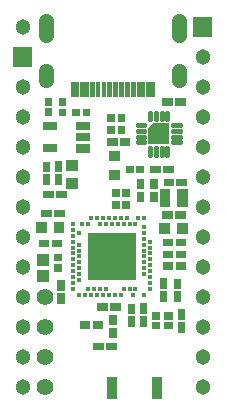
<source format=gts>
G04 Layer: TopSolderMaskLayer*
G04 EasyEDA v6.5.9, 2022-08-10 12:44:31*
G04 c5846564ba334fc5ac80b38e15378060,f7cd1a63a7ae402ba8e4f3fce04b6e5d,10*
G04 Gerber Generator version 0.2*
G04 Scale: 100 percent, Rotated: No, Reflected: No *
G04 Dimensions in millimeters *
G04 leading zeros omitted , absolute positions ,4 integer and 5 decimal *
%FSLAX45Y45*%
%MOMM*%

%ADD10C,0.3816*%
%ADD11C,1.3016*%
%ADD12C,0.3766*%
%ADD13C,1.4032*%

%LPD*%
D10*
X1099642Y-964361D02*
G01*
X1156642Y-964361D01*
X1099642Y-1014374D02*
G01*
X1156642Y-1014374D01*
X1099642Y-1064361D02*
G01*
X1156642Y-1064361D01*
X1099642Y-1114374D02*
G01*
X1156642Y-1114374D01*
X1203147Y-1160881D02*
G01*
X1203147Y-1217881D01*
X1253159Y-1160881D02*
G01*
X1253159Y-1217881D01*
X1303146Y-1160881D02*
G01*
X1303146Y-1217881D01*
X1353159Y-1160881D02*
G01*
X1353159Y-1217881D01*
X1399641Y-1114374D02*
G01*
X1456641Y-1114374D01*
X1399641Y-1064361D02*
G01*
X1456641Y-1064361D01*
X1399641Y-1014374D02*
G01*
X1456641Y-1014374D01*
X1399641Y-964361D02*
G01*
X1456641Y-964361D01*
X1353159Y-860882D02*
G01*
X1353159Y-917882D01*
X1303146Y-860882D02*
G01*
X1303146Y-917882D01*
X1253159Y-860882D02*
G01*
X1253159Y-917882D01*
X1203147Y-860882D02*
G01*
X1203147Y-917882D01*
D11*
X1452270Y-206151D02*
G01*
X1452270Y-86151D01*
X328269Y-206151D02*
G01*
X328269Y-86151D01*
X328269Y-586150D02*
G01*
X328269Y-506150D01*
X1452270Y-586150D02*
G01*
X1452270Y-506150D01*
G36*
X835152Y-2874010D02*
G01*
X835152Y-2810002D01*
X924305Y-2810002D01*
X924305Y-2874010D01*
G37*
G36*
X726186Y-2874010D02*
G01*
X726186Y-2810002D01*
X815339Y-2810002D01*
X815339Y-2874010D01*
G37*
G36*
X249428Y-2296668D02*
G01*
X249428Y-2196337D01*
X345947Y-2196337D01*
X345947Y-2296668D01*
G37*
G36*
X249428Y-2156713D02*
G01*
X249428Y-2056384D01*
X345947Y-2056384D01*
X345947Y-2156713D01*
G37*
G36*
X1421637Y-2092960D02*
G01*
X1421637Y-2028952D01*
X1510792Y-2028952D01*
X1510792Y-2092960D01*
G37*
G36*
X1312671Y-2092960D02*
G01*
X1312671Y-2028952D01*
X1401826Y-2028952D01*
X1401826Y-2092960D01*
G37*
G36*
X1118107Y-2674112D02*
G01*
X1118107Y-2584957D01*
X1182115Y-2584957D01*
X1182115Y-2674112D01*
G37*
G36*
X1118107Y-2565145D02*
G01*
X1118107Y-2475992D01*
X1182115Y-2475992D01*
X1182115Y-2565145D01*
G37*
G36*
X1017778Y-2566923D02*
G01*
X1017778Y-2477770D01*
X1081786Y-2477770D01*
X1081786Y-2566923D01*
G37*
G36*
X1017778Y-2675889D02*
G01*
X1017778Y-2586736D01*
X1081786Y-2586736D01*
X1081786Y-2675889D01*
G37*
G36*
X1439418Y-2723387D02*
G01*
X1439418Y-2634234D01*
X1503426Y-2634234D01*
X1503426Y-2723387D01*
G37*
G36*
X1439418Y-2614421D02*
G01*
X1439418Y-2525268D01*
X1503426Y-2525268D01*
X1503426Y-2614421D01*
G37*
G36*
X1417573Y-1760220D02*
G01*
X1417573Y-1696212D01*
X1506728Y-1696212D01*
X1506728Y-1760220D01*
G37*
G36*
X1308607Y-1760220D02*
G01*
X1308607Y-1696212D01*
X1397762Y-1696212D01*
X1397762Y-1760220D01*
G37*
G36*
X419862Y-2478786D02*
G01*
X419862Y-2389631D01*
X483870Y-2389631D01*
X483870Y-2478786D01*
G37*
G36*
X419862Y-2369820D02*
G01*
X419862Y-2280665D01*
X483870Y-2280665D01*
X483870Y-2369820D01*
G37*
G36*
X1421892Y-2191765D02*
G01*
X1421892Y-2127757D01*
X1511045Y-2127757D01*
X1511045Y-2191765D01*
G37*
G36*
X1312926Y-2191765D02*
G01*
X1312926Y-2127757D01*
X1402079Y-2127757D01*
X1402079Y-2191765D01*
G37*
G36*
X1319784Y-1484376D02*
G01*
X1319784Y-1420368D01*
X1408937Y-1420368D01*
X1408937Y-1484376D01*
G37*
G36*
X1428750Y-1484376D02*
G01*
X1428750Y-1420368D01*
X1517904Y-1420368D01*
X1517904Y-1484376D01*
G37*
G36*
X1208786Y-1511300D02*
G01*
X1208786Y-1422145D01*
X1272794Y-1422145D01*
X1272794Y-1511300D01*
G37*
G36*
X1208786Y-1620265D02*
G01*
X1208786Y-1531112D01*
X1272794Y-1531112D01*
X1272794Y-1620265D01*
G37*
G36*
X866647Y-2540762D02*
G01*
X866647Y-2476754D01*
X955802Y-2476754D01*
X955802Y-2540762D01*
G37*
G36*
X757681Y-2540762D02*
G01*
X757681Y-2476754D01*
X846836Y-2476754D01*
X846836Y-2540762D01*
G37*
G36*
X611378Y-2691129D02*
G01*
X611378Y-2627121D01*
X700531Y-2627121D01*
X700531Y-2691129D01*
G37*
G36*
X720344Y-2691129D02*
G01*
X720344Y-2627121D01*
X809497Y-2627121D01*
X809497Y-2691129D01*
G37*
G36*
X372618Y-2001265D02*
G01*
X372618Y-1937257D01*
X461771Y-1937257D01*
X461771Y-2001265D01*
G37*
G36*
X263652Y-2001265D02*
G01*
X263652Y-1937257D01*
X352805Y-1937257D01*
X352805Y-2001265D01*
G37*
G36*
X392684Y-1749044D02*
G01*
X392684Y-1685036D01*
X481837Y-1685036D01*
X481837Y-1749044D01*
G37*
G36*
X283718Y-1749044D02*
G01*
X283718Y-1685036D01*
X372871Y-1685036D01*
X372871Y-1749044D01*
G37*
G36*
X1287018Y-2462529D02*
G01*
X1287018Y-2373376D01*
X1351026Y-2373376D01*
X1351026Y-2462529D01*
G37*
G36*
X1287018Y-2353563D02*
G01*
X1287018Y-2264410D01*
X1351026Y-2264410D01*
X1351026Y-2353563D01*
G37*
G36*
X410210Y-1586992D02*
G01*
X410210Y-1522984D01*
X499363Y-1522984D01*
X499363Y-1586992D01*
G37*
G36*
X301244Y-1586992D02*
G01*
X301244Y-1522984D01*
X390397Y-1522984D01*
X390397Y-1586992D01*
G37*
G36*
X1405889Y-2465070D02*
G01*
X1405889Y-2375915D01*
X1469897Y-2375915D01*
X1469897Y-2465070D01*
G37*
G36*
X1405889Y-2356104D02*
G01*
X1405889Y-2266950D01*
X1469897Y-2266950D01*
X1469897Y-2356104D01*
G37*
G36*
X298195Y-1364487D02*
G01*
X298195Y-1275334D01*
X362204Y-1275334D01*
X362204Y-1364487D01*
G37*
G36*
X298195Y-1473454D02*
G01*
X298195Y-1384300D01*
X362204Y-1384300D01*
X362204Y-1473454D01*
G37*
G36*
X398526Y-1472945D02*
G01*
X398526Y-1383792D01*
X462534Y-1383792D01*
X462534Y-1472945D01*
G37*
G36*
X398526Y-1363979D02*
G01*
X398526Y-1274826D01*
X462534Y-1274826D01*
X462534Y-1363979D01*
G37*
G36*
X950468Y-1143762D02*
G01*
X950468Y-1079754D01*
X1039621Y-1079754D01*
X1039621Y-1143762D01*
G37*
G36*
X841502Y-1143762D02*
G01*
X841502Y-1079754D01*
X930655Y-1079754D01*
X930655Y-1143762D01*
G37*
G36*
X1092200Y-1621281D02*
G01*
X1092200Y-1532128D01*
X1156207Y-1532128D01*
X1156207Y-1621281D01*
G37*
G36*
X1092200Y-1512315D02*
G01*
X1092200Y-1423162D01*
X1156207Y-1423162D01*
X1156207Y-1512315D01*
G37*
G36*
X1316481Y-1376679D02*
G01*
X1316481Y-1312671D01*
X1405636Y-1312671D01*
X1405636Y-1376679D01*
G37*
G36*
X1207515Y-1376679D02*
G01*
X1207515Y-1312671D01*
X1296670Y-1312671D01*
X1296670Y-1376679D01*
G37*
G36*
X1308354Y-802386D02*
G01*
X1308354Y-738378D01*
X1397507Y-738378D01*
X1397507Y-802386D01*
G37*
G36*
X1417320Y-802386D02*
G01*
X1417320Y-738378D01*
X1506473Y-738378D01*
X1506473Y-802386D01*
G37*
G36*
X1421384Y-1993645D02*
G01*
X1421384Y-1929637D01*
X1510537Y-1929637D01*
X1510537Y-1993645D01*
G37*
G36*
X1312418Y-1993645D02*
G01*
X1312418Y-1929637D01*
X1401571Y-1929637D01*
X1401571Y-1993645D01*
G37*
G36*
X861060Y-2771902D02*
G01*
X861060Y-2682747D01*
X925068Y-2682747D01*
X925068Y-2771902D01*
G37*
G36*
X861060Y-2662936D02*
G01*
X861060Y-2573781D01*
X925068Y-2573781D01*
X925068Y-2662936D01*
G37*
G36*
X844295Y-3289300D02*
G01*
X844295Y-3098800D01*
X924560Y-3098800D01*
X924560Y-3289300D01*
G37*
G36*
X1224279Y-3289300D02*
G01*
X1224279Y-3098800D01*
X1304544Y-3098800D01*
X1304544Y-3289300D01*
G37*
G36*
X577595Y-1009904D02*
G01*
X577595Y-937513D01*
X698245Y-937513D01*
X698245Y-1009904D01*
G37*
G36*
X577595Y-1103884D02*
G01*
X577595Y-1031494D01*
X698245Y-1031494D01*
X698245Y-1103884D01*
G37*
G36*
X577595Y-1200404D02*
G01*
X577595Y-1128013D01*
X698245Y-1128013D01*
X698245Y-1200404D01*
G37*
G36*
X298195Y-1197863D02*
G01*
X298195Y-1125473D01*
X418845Y-1125473D01*
X418845Y-1197863D01*
G37*
G36*
X298195Y-1009904D02*
G01*
X298195Y-937513D01*
X418845Y-937513D01*
X418845Y-1009904D01*
G37*
G36*
X313944Y-806450D02*
G01*
X313944Y-739647D01*
X377952Y-739647D01*
X377952Y-806450D01*
G37*
G36*
X313944Y-893063D02*
G01*
X313944Y-826262D01*
X377952Y-826262D01*
X377952Y-893063D01*
G37*
G36*
X430784Y-893571D02*
G01*
X430784Y-826770D01*
X494792Y-826770D01*
X494792Y-893571D01*
G37*
G36*
X430784Y-806957D02*
G01*
X430784Y-740155D01*
X494792Y-740155D01*
X494792Y-806957D01*
G37*
G36*
X393445Y-2121407D02*
G01*
X393445Y-2054605D01*
X457454Y-2054605D01*
X457454Y-2121407D01*
G37*
G36*
X393445Y-2208021D02*
G01*
X393445Y-2141220D01*
X457454Y-2141220D01*
X457454Y-2208021D01*
G37*
G36*
X930655Y-1042162D02*
G01*
X930655Y-978154D01*
X997457Y-978154D01*
X997457Y-1042162D01*
G37*
G36*
X844042Y-1042162D02*
G01*
X844042Y-978154D01*
X910844Y-978154D01*
X910844Y-1042162D01*
G37*
G36*
X1085595Y-1375410D02*
G01*
X1085595Y-1311402D01*
X1152397Y-1311402D01*
X1152397Y-1375410D01*
G37*
G36*
X998981Y-1375410D02*
G01*
X998981Y-1311402D01*
X1065784Y-1311402D01*
X1065784Y-1375410D01*
G37*
G36*
X634237Y-894079D02*
G01*
X634237Y-830071D01*
X701039Y-830071D01*
X701039Y-894079D01*
G37*
G36*
X547623Y-894079D02*
G01*
X547623Y-830071D01*
X614426Y-830071D01*
X614426Y-894079D01*
G37*
G36*
X881634Y-1674368D02*
G01*
X881634Y-1610360D01*
X948436Y-1610360D01*
X948436Y-1674368D01*
G37*
G36*
X968247Y-1674368D02*
G01*
X968247Y-1610360D01*
X1035050Y-1610360D01*
X1035050Y-1674368D01*
G37*
G36*
X844295Y-940815D02*
G01*
X844295Y-876807D01*
X911097Y-876807D01*
X911097Y-940815D01*
G37*
G36*
X930910Y-940815D02*
G01*
X930910Y-876807D01*
X997712Y-876807D01*
X997712Y-940815D01*
G37*
G36*
X968502Y-1573021D02*
G01*
X968502Y-1509013D01*
X1035304Y-1509013D01*
X1035304Y-1573021D01*
G37*
G36*
X881887Y-1573021D02*
G01*
X881887Y-1509013D01*
X948689Y-1509013D01*
X948689Y-1573021D01*
G37*
D12*
G01*
X1207135Y-2303983D03*
G01*
X1207135Y-1953996D03*
G01*
X1207135Y-2003983D03*
G01*
X1207135Y-2053996D03*
G01*
X1207135Y-2103983D03*
G01*
X1207135Y-2153996D03*
G01*
X1207135Y-2203983D03*
G01*
X1207135Y-2253995D03*
G01*
X1207135Y-2353995D03*
G01*
X1157147Y-1753996D03*
G01*
X1157147Y-1828977D03*
G01*
X1157147Y-1878990D03*
G01*
X1157147Y-1928977D03*
G01*
X1157147Y-1978990D03*
G01*
X1157147Y-2029002D03*
G01*
X1157147Y-2078989D03*
G01*
X1157147Y-2129002D03*
G01*
X1157147Y-2178989D03*
G01*
X1157147Y-2229002D03*
G01*
X1157147Y-2403982D03*
G01*
X1082141Y-2353995D03*
G01*
X1107135Y-1753996D03*
G01*
X1082141Y-1803984D03*
G01*
X1057147Y-2403982D03*
G01*
X1032154Y-1803984D03*
G01*
X1032154Y-2353995D03*
G01*
X1007135Y-1753996D03*
G01*
X982141Y-1803984D03*
G01*
X982141Y-2353995D03*
G01*
X957148Y-1753996D03*
G01*
X957148Y-2403982D03*
G01*
X932129Y-1803984D03*
G01*
X907135Y-1753996D03*
G01*
X907135Y-2403982D03*
G01*
X882142Y-1803984D03*
G01*
X857148Y-1753996D03*
G01*
X857148Y-2403982D03*
G01*
X832129Y-1803984D03*
G01*
X832129Y-2353995D03*
G01*
X807135Y-1753996D03*
G01*
X807135Y-2403982D03*
G01*
X782142Y-1803984D03*
G01*
X782142Y-2353995D03*
G01*
X757148Y-1753996D03*
G01*
X757148Y-2403982D03*
G01*
X732129Y-2353995D03*
G01*
X707136Y-1753996D03*
G01*
X707136Y-2403982D03*
G01*
X682142Y-1803984D03*
G01*
X682142Y-2353995D03*
G01*
X657148Y-2403982D03*
G01*
X632129Y-1803984D03*
G01*
X607136Y-1878990D03*
G01*
X607136Y-1978990D03*
G01*
X607136Y-2029002D03*
G01*
X607136Y-2078989D03*
G01*
X607136Y-2129002D03*
G01*
X607136Y-2178989D03*
G01*
X607136Y-2229002D03*
G01*
X607136Y-2278989D03*
G01*
X607136Y-2403982D03*
G01*
X557148Y-1803984D03*
G01*
X557148Y-1853996D03*
G01*
X557148Y-1903984D03*
G01*
X557148Y-1953996D03*
G01*
X557148Y-2003983D03*
G01*
X557148Y-2053996D03*
G01*
X557148Y-2103983D03*
G01*
X557148Y-2153996D03*
G01*
X557148Y-2203983D03*
G01*
X557148Y-2253995D03*
G01*
X557148Y-2303983D03*
G01*
X557148Y-2353995D03*
G36*
X680212Y-2280920D02*
G01*
X680212Y-1877060D01*
X1084071Y-1877060D01*
X1084071Y-2280920D01*
G37*
D11*
G01*
X127000Y-139700D03*
G36*
X45720Y-478789D02*
G01*
X45720Y-308610D01*
X208279Y-308610D01*
X208279Y-478789D01*
G37*
G01*
X127000Y-647700D03*
G01*
X127000Y-901700D03*
G01*
X127000Y-1155700D03*
G01*
X127000Y-1409700D03*
G01*
X127000Y-1663700D03*
G01*
X127000Y-1917700D03*
G01*
X127000Y-2171700D03*
G01*
X127000Y-2425700D03*
G01*
X127000Y-2679700D03*
G01*
X127000Y-2933700D03*
G01*
X127000Y-3187700D03*
G01*
X1651000Y-3187700D03*
G01*
X1651000Y-2933700D03*
G01*
X1651000Y-2679700D03*
G01*
X1651000Y-2425700D03*
G01*
X1651000Y-2171700D03*
G01*
X1651000Y-1917700D03*
G01*
X1651000Y-1663700D03*
G01*
X1651000Y-1409700D03*
G01*
X1651000Y-1155700D03*
G01*
X1651000Y-901700D03*
G01*
X1651000Y-647700D03*
G01*
X1651000Y-393700D03*
G36*
X1569720Y-224789D02*
G01*
X1569720Y-54610D01*
X1732279Y-54610D01*
X1732279Y-224789D01*
G37*
D13*
G01*
X320294Y-2426207D03*
G01*
X320294Y-2680207D03*
G01*
X320294Y-2934207D03*
G01*
X320294Y-3188207D03*
G36*
X860044Y-1434337D02*
G01*
X860044Y-1344168D01*
X950213Y-1344168D01*
X950213Y-1434337D01*
G37*
G36*
X859281Y-1274571D02*
G01*
X859281Y-1184402D01*
X949452Y-1184402D01*
X949452Y-1274571D01*
G37*
G36*
X1187957Y-1129537D02*
G01*
X1187957Y-994663D01*
X1233423Y-949197D01*
X1368297Y-949197D01*
X1368297Y-1129537D01*
G37*
G36*
X1205229Y-731265D02*
G01*
X1205229Y-600963D01*
X1245362Y-600963D01*
X1245362Y-731265D01*
G37*
G36*
X1175257Y-731265D02*
G01*
X1175257Y-600963D01*
X1215389Y-600963D01*
X1215389Y-731265D01*
G37*
G36*
X1125220Y-731265D02*
G01*
X1125220Y-600963D01*
X1165352Y-600963D01*
X1165352Y-731265D01*
G37*
G36*
X1095247Y-731265D02*
G01*
X1095247Y-600963D01*
X1135379Y-600963D01*
X1135379Y-731265D01*
G37*
G36*
X1045210Y-731265D02*
G01*
X1045210Y-600963D01*
X1085342Y-600963D01*
X1085342Y-731265D01*
G37*
G36*
X995171Y-731265D02*
G01*
X995171Y-600963D01*
X1035304Y-600963D01*
X1035304Y-731265D01*
G37*
G36*
X945134Y-731265D02*
G01*
X945134Y-600963D01*
X985265Y-600963D01*
X985265Y-731265D01*
G37*
G36*
X895095Y-731265D02*
G01*
X895095Y-600963D01*
X935228Y-600963D01*
X935228Y-731265D01*
G37*
G36*
X845312Y-731265D02*
G01*
X845312Y-600963D01*
X885444Y-600963D01*
X885444Y-731265D01*
G37*
G36*
X795273Y-731265D02*
G01*
X795273Y-600963D01*
X835405Y-600963D01*
X835405Y-731265D01*
G37*
G36*
X745236Y-731265D02*
G01*
X745236Y-600963D01*
X785368Y-600963D01*
X785368Y-731265D01*
G37*
G36*
X695197Y-731265D02*
G01*
X695197Y-600963D01*
X735329Y-600963D01*
X735329Y-731265D01*
G37*
G36*
X645160Y-731265D02*
G01*
X645160Y-600963D01*
X685292Y-600963D01*
X685292Y-731265D01*
G37*
G36*
X615187Y-731265D02*
G01*
X615187Y-600963D01*
X655320Y-600963D01*
X655320Y-731265D01*
G37*
G36*
X565150Y-731265D02*
G01*
X565150Y-600963D01*
X605281Y-600963D01*
X605281Y-731265D01*
G37*
G36*
X535178Y-731265D02*
G01*
X535178Y-600963D01*
X575310Y-600963D01*
X575310Y-731265D01*
G37*
G36*
X1437894Y-1659381D02*
G01*
X1437894Y-1509013D01*
X1522984Y-1509013D01*
X1522984Y-1659381D01*
G37*
G36*
X1292860Y-1659381D02*
G01*
X1292860Y-1509013D01*
X1377950Y-1509013D01*
X1377950Y-1659381D01*
G37*
G36*
X1327912Y-2616454D02*
G01*
X1327912Y-2551176D01*
X1402842Y-2551176D01*
X1402842Y-2616454D01*
G37*
G36*
X1217929Y-2616454D02*
G01*
X1217929Y-2551176D01*
X1292860Y-2551176D01*
X1292860Y-2616454D01*
G37*
G36*
X1217929Y-2696463D02*
G01*
X1217929Y-2631186D01*
X1292860Y-2631186D01*
X1292860Y-2696463D01*
G37*
G36*
X1327912Y-2696463D02*
G01*
X1327912Y-2631186D01*
X1402842Y-2631186D01*
X1402842Y-2696463D01*
G37*
G36*
X1285494Y-1892554D02*
G01*
X1285494Y-1796034D01*
X1376171Y-1796034D01*
X1376171Y-1892554D01*
G37*
G36*
X1436115Y-1892554D02*
G01*
X1436115Y-1796034D01*
X1526794Y-1796034D01*
X1526794Y-1892554D01*
G37*
G36*
X390144Y-1883155D02*
G01*
X390144Y-1786636D01*
X480821Y-1786636D01*
X480821Y-1883155D01*
G37*
G36*
X239521Y-1883155D02*
G01*
X239521Y-1786636D01*
X330200Y-1786636D01*
X330200Y-1883155D01*
G37*
G36*
X496315Y-1354836D02*
G01*
X496315Y-1264157D01*
X592836Y-1264157D01*
X592836Y-1354836D01*
G37*
G36*
X496315Y-1505457D02*
G01*
X496315Y-1414779D01*
X592836Y-1414779D01*
X592836Y-1505457D01*
G37*
M02*

</source>
